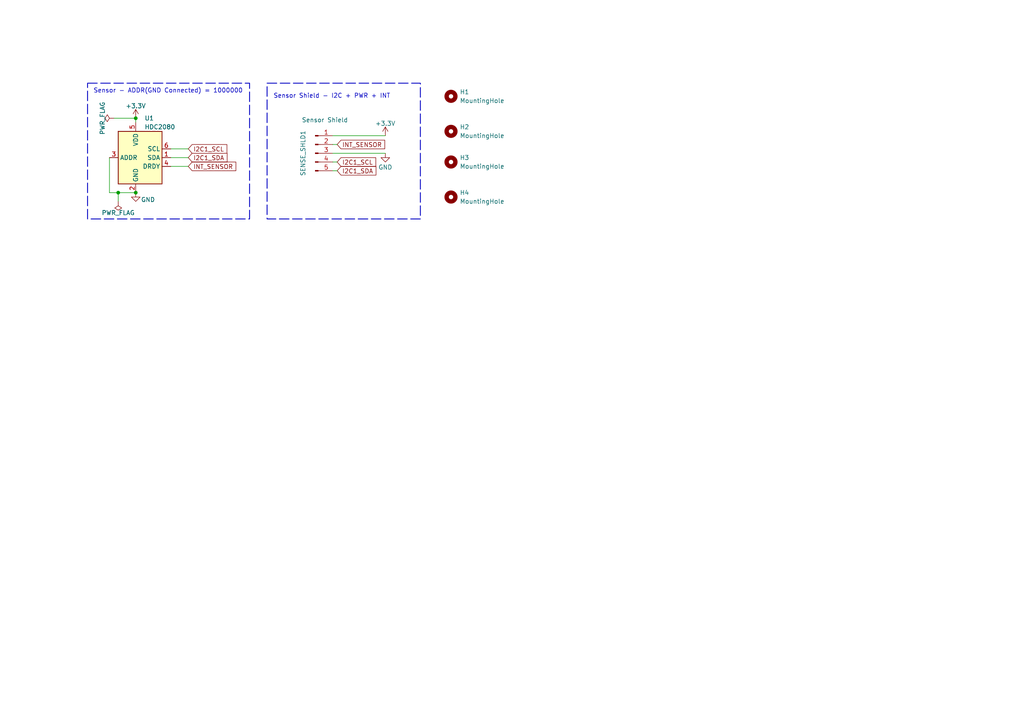
<source format=kicad_sch>
(kicad_sch
	(version 20231120)
	(generator "eeschema")
	(generator_version "8.0")
	(uuid "cc859821-004d-4e22-bc83-c226445572fd")
	(paper "A4")
	(title_block
		(title "Bat-mon v1 - Sensor Shield")
		(date "2025-03-12")
	)
	(lib_symbols
		(symbol "Connector:Conn_01x05_Pin"
			(pin_names
				(offset 1.016) hide)
			(exclude_from_sim no)
			(in_bom yes)
			(on_board yes)
			(property "Reference" "J"
				(at 0 7.62 0)
				(effects
					(font
						(size 1.27 1.27)
					)
				)
			)
			(property "Value" "Conn_01x05_Pin"
				(at 0 -7.62 0)
				(effects
					(font
						(size 1.27 1.27)
					)
				)
			)
			(property "Footprint" ""
				(at 0 0 0)
				(effects
					(font
						(size 1.27 1.27)
					)
					(hide yes)
				)
			)
			(property "Datasheet" "~"
				(at 0 0 0)
				(effects
					(font
						(size 1.27 1.27)
					)
					(hide yes)
				)
			)
			(property "Description" "Generic connector, single row, 01x05, script generated"
				(at 0 0 0)
				(effects
					(font
						(size 1.27 1.27)
					)
					(hide yes)
				)
			)
			(property "ki_locked" ""
				(at 0 0 0)
				(effects
					(font
						(size 1.27 1.27)
					)
				)
			)
			(property "ki_keywords" "connector"
				(at 0 0 0)
				(effects
					(font
						(size 1.27 1.27)
					)
					(hide yes)
				)
			)
			(property "ki_fp_filters" "Connector*:*_1x??_*"
				(at 0 0 0)
				(effects
					(font
						(size 1.27 1.27)
					)
					(hide yes)
				)
			)
			(symbol "Conn_01x05_Pin_1_1"
				(polyline
					(pts
						(xy 1.27 -5.08) (xy 0.8636 -5.08)
					)
					(stroke
						(width 0.1524)
						(type default)
					)
					(fill
						(type none)
					)
				)
				(polyline
					(pts
						(xy 1.27 -2.54) (xy 0.8636 -2.54)
					)
					(stroke
						(width 0.1524)
						(type default)
					)
					(fill
						(type none)
					)
				)
				(polyline
					(pts
						(xy 1.27 0) (xy 0.8636 0)
					)
					(stroke
						(width 0.1524)
						(type default)
					)
					(fill
						(type none)
					)
				)
				(polyline
					(pts
						(xy 1.27 2.54) (xy 0.8636 2.54)
					)
					(stroke
						(width 0.1524)
						(type default)
					)
					(fill
						(type none)
					)
				)
				(polyline
					(pts
						(xy 1.27 5.08) (xy 0.8636 5.08)
					)
					(stroke
						(width 0.1524)
						(type default)
					)
					(fill
						(type none)
					)
				)
				(rectangle
					(start 0.8636 -4.953)
					(end 0 -5.207)
					(stroke
						(width 0.1524)
						(type default)
					)
					(fill
						(type outline)
					)
				)
				(rectangle
					(start 0.8636 -2.413)
					(end 0 -2.667)
					(stroke
						(width 0.1524)
						(type default)
					)
					(fill
						(type outline)
					)
				)
				(rectangle
					(start 0.8636 0.127)
					(end 0 -0.127)
					(stroke
						(width 0.1524)
						(type default)
					)
					(fill
						(type outline)
					)
				)
				(rectangle
					(start 0.8636 2.667)
					(end 0 2.413)
					(stroke
						(width 0.1524)
						(type default)
					)
					(fill
						(type outline)
					)
				)
				(rectangle
					(start 0.8636 5.207)
					(end 0 4.953)
					(stroke
						(width 0.1524)
						(type default)
					)
					(fill
						(type outline)
					)
				)
				(pin passive line
					(at 5.08 5.08 180)
					(length 3.81)
					(name "Pin_1"
						(effects
							(font
								(size 1.27 1.27)
							)
						)
					)
					(number "1"
						(effects
							(font
								(size 1.27 1.27)
							)
						)
					)
				)
				(pin passive line
					(at 5.08 2.54 180)
					(length 3.81)
					(name "Pin_2"
						(effects
							(font
								(size 1.27 1.27)
							)
						)
					)
					(number "2"
						(effects
							(font
								(size 1.27 1.27)
							)
						)
					)
				)
				(pin passive line
					(at 5.08 0 180)
					(length 3.81)
					(name "Pin_3"
						(effects
							(font
								(size 1.27 1.27)
							)
						)
					)
					(number "3"
						(effects
							(font
								(size 1.27 1.27)
							)
						)
					)
				)
				(pin passive line
					(at 5.08 -2.54 180)
					(length 3.81)
					(name "Pin_4"
						(effects
							(font
								(size 1.27 1.27)
							)
						)
					)
					(number "4"
						(effects
							(font
								(size 1.27 1.27)
							)
						)
					)
				)
				(pin passive line
					(at 5.08 -5.08 180)
					(length 3.81)
					(name "Pin_5"
						(effects
							(font
								(size 1.27 1.27)
							)
						)
					)
					(number "5"
						(effects
							(font
								(size 1.27 1.27)
							)
						)
					)
				)
			)
		)
		(symbol "Mechanical:MountingHole"
			(pin_names
				(offset 1.016)
			)
			(exclude_from_sim yes)
			(in_bom no)
			(on_board yes)
			(property "Reference" "H"
				(at 0 5.08 0)
				(effects
					(font
						(size 1.27 1.27)
					)
				)
			)
			(property "Value" "MountingHole"
				(at 0 3.175 0)
				(effects
					(font
						(size 1.27 1.27)
					)
				)
			)
			(property "Footprint" ""
				(at 0 0 0)
				(effects
					(font
						(size 1.27 1.27)
					)
					(hide yes)
				)
			)
			(property "Datasheet" "~"
				(at 0 0 0)
				(effects
					(font
						(size 1.27 1.27)
					)
					(hide yes)
				)
			)
			(property "Description" "Mounting Hole without connection"
				(at 0 0 0)
				(effects
					(font
						(size 1.27 1.27)
					)
					(hide yes)
				)
			)
			(property "ki_keywords" "mounting hole"
				(at 0 0 0)
				(effects
					(font
						(size 1.27 1.27)
					)
					(hide yes)
				)
			)
			(property "ki_fp_filters" "MountingHole*"
				(at 0 0 0)
				(effects
					(font
						(size 1.27 1.27)
					)
					(hide yes)
				)
			)
			(symbol "MountingHole_0_1"
				(circle
					(center 0 0)
					(radius 1.27)
					(stroke
						(width 1.27)
						(type default)
					)
					(fill
						(type none)
					)
				)
			)
		)
		(symbol "Sensor_Humidity:HDC2080"
			(exclude_from_sim no)
			(in_bom yes)
			(on_board yes)
			(property "Reference" "U"
				(at -6.35 8.89 0)
				(effects
					(font
						(size 1.27 1.27)
					)
				)
			)
			(property "Value" "HDC2080"
				(at 2.54 8.89 0)
				(effects
					(font
						(size 1.27 1.27)
					)
				)
			)
			(property "Footprint" "Package_SON:Texas_PWSON-N6"
				(at 0 -11.43 0)
				(effects
					(font
						(size 1.27 1.27)
					)
					(hide yes)
				)
			)
			(property "Datasheet" "http://www.ti.com/lit/ds/symlink/hdc2080.pdf"
				(at -7.62 7.62 0)
				(effects
					(font
						(size 1.27 1.27)
					)
					(hide yes)
				)
			)
			(property "Description" "Low Power Humidity and Temperature Sensor"
				(at 0 0 0)
				(effects
					(font
						(size 1.27 1.27)
					)
					(hide yes)
				)
			)
			(property "ki_keywords" "Temperature Humidity Sensor"
				(at 0 0 0)
				(effects
					(font
						(size 1.27 1.27)
					)
					(hide yes)
				)
			)
			(property "ki_fp_filters" "Package*SON:Texas*PWSON*N6*"
				(at 0 0 0)
				(effects
					(font
						(size 1.27 1.27)
					)
					(hide yes)
				)
			)
			(symbol "HDC2080_0_1"
				(rectangle
					(start -7.62 7.62)
					(end 5.08 -7.62)
					(stroke
						(width 0.254)
						(type default)
					)
					(fill
						(type background)
					)
				)
			)
			(symbol "HDC2080_1_1"
				(pin bidirectional line
					(at 7.62 0 180)
					(length 2.54)
					(name "SDA"
						(effects
							(font
								(size 1.27 1.27)
							)
						)
					)
					(number "1"
						(effects
							(font
								(size 1.27 1.27)
							)
						)
					)
				)
				(pin power_in line
					(at -2.54 -10.16 90)
					(length 2.54)
					(name "GND"
						(effects
							(font
								(size 1.27 1.27)
							)
						)
					)
					(number "2"
						(effects
							(font
								(size 1.27 1.27)
							)
						)
					)
				)
				(pin input line
					(at -10.16 0 0)
					(length 2.54)
					(name "ADDR"
						(effects
							(font
								(size 1.27 1.27)
							)
						)
					)
					(number "3"
						(effects
							(font
								(size 1.27 1.27)
							)
						)
					)
				)
				(pin output line
					(at 7.62 -2.54 180)
					(length 2.54)
					(name "DRDY"
						(effects
							(font
								(size 1.27 1.27)
							)
						)
					)
					(number "4"
						(effects
							(font
								(size 1.27 1.27)
							)
						)
					)
				)
				(pin power_in line
					(at -2.54 10.16 270)
					(length 2.54)
					(name "VDD"
						(effects
							(font
								(size 1.27 1.27)
							)
						)
					)
					(number "5"
						(effects
							(font
								(size 1.27 1.27)
							)
						)
					)
				)
				(pin input line
					(at 7.62 2.54 180)
					(length 2.54)
					(name "SCL"
						(effects
							(font
								(size 1.27 1.27)
							)
						)
					)
					(number "6"
						(effects
							(font
								(size 1.27 1.27)
							)
						)
					)
				)
				(pin no_connect line
					(at -7.62 -2.54 0)
					(length 2.54) hide
					(name "EP"
						(effects
							(font
								(size 1.27 1.27)
							)
						)
					)
					(number "7"
						(effects
							(font
								(size 1.27 1.27)
							)
						)
					)
				)
			)
		)
		(symbol "power:+3.3V"
			(power)
			(pin_numbers hide)
			(pin_names
				(offset 0) hide)
			(exclude_from_sim no)
			(in_bom yes)
			(on_board yes)
			(property "Reference" "#PWR"
				(at 0 -3.81 0)
				(effects
					(font
						(size 1.27 1.27)
					)
					(hide yes)
				)
			)
			(property "Value" "+3.3V"
				(at 0 3.556 0)
				(effects
					(font
						(size 1.27 1.27)
					)
				)
			)
			(property "Footprint" ""
				(at 0 0 0)
				(effects
					(font
						(size 1.27 1.27)
					)
					(hide yes)
				)
			)
			(property "Datasheet" ""
				(at 0 0 0)
				(effects
					(font
						(size 1.27 1.27)
					)
					(hide yes)
				)
			)
			(property "Description" "Power symbol creates a global label with name \"+3.3V\""
				(at 0 0 0)
				(effects
					(font
						(size 1.27 1.27)
					)
					(hide yes)
				)
			)
			(property "ki_keywords" "global power"
				(at 0 0 0)
				(effects
					(font
						(size 1.27 1.27)
					)
					(hide yes)
				)
			)
			(symbol "+3.3V_0_1"
				(polyline
					(pts
						(xy -0.762 1.27) (xy 0 2.54)
					)
					(stroke
						(width 0)
						(type default)
					)
					(fill
						(type none)
					)
				)
				(polyline
					(pts
						(xy 0 0) (xy 0 2.54)
					)
					(stroke
						(width 0)
						(type default)
					)
					(fill
						(type none)
					)
				)
				(polyline
					(pts
						(xy 0 2.54) (xy 0.762 1.27)
					)
					(stroke
						(width 0)
						(type default)
					)
					(fill
						(type none)
					)
				)
			)
			(symbol "+3.3V_1_1"
				(pin power_in line
					(at 0 0 90)
					(length 0)
					(name "~"
						(effects
							(font
								(size 1.27 1.27)
							)
						)
					)
					(number "1"
						(effects
							(font
								(size 1.27 1.27)
							)
						)
					)
				)
			)
		)
		(symbol "power:GND"
			(power)
			(pin_numbers hide)
			(pin_names
				(offset 0) hide)
			(exclude_from_sim no)
			(in_bom yes)
			(on_board yes)
			(property "Reference" "#PWR"
				(at 0 -6.35 0)
				(effects
					(font
						(size 1.27 1.27)
					)
					(hide yes)
				)
			)
			(property "Value" "GND"
				(at 0 -3.81 0)
				(effects
					(font
						(size 1.27 1.27)
					)
				)
			)
			(property "Footprint" ""
				(at 0 0 0)
				(effects
					(font
						(size 1.27 1.27)
					)
					(hide yes)
				)
			)
			(property "Datasheet" ""
				(at 0 0 0)
				(effects
					(font
						(size 1.27 1.27)
					)
					(hide yes)
				)
			)
			(property "Description" "Power symbol creates a global label with name \"GND\" , ground"
				(at 0 0 0)
				(effects
					(font
						(size 1.27 1.27)
					)
					(hide yes)
				)
			)
			(property "ki_keywords" "global power"
				(at 0 0 0)
				(effects
					(font
						(size 1.27 1.27)
					)
					(hide yes)
				)
			)
			(symbol "GND_0_1"
				(polyline
					(pts
						(xy 0 0) (xy 0 -1.27) (xy 1.27 -1.27) (xy 0 -2.54) (xy -1.27 -1.27) (xy 0 -1.27)
					)
					(stroke
						(width 0)
						(type default)
					)
					(fill
						(type none)
					)
				)
			)
			(symbol "GND_1_1"
				(pin power_in line
					(at 0 0 270)
					(length 0)
					(name "~"
						(effects
							(font
								(size 1.27 1.27)
							)
						)
					)
					(number "1"
						(effects
							(font
								(size 1.27 1.27)
							)
						)
					)
				)
			)
		)
		(symbol "power:PWR_FLAG"
			(power)
			(pin_numbers hide)
			(pin_names
				(offset 0) hide)
			(exclude_from_sim no)
			(in_bom yes)
			(on_board yes)
			(property "Reference" "#FLG"
				(at 0 1.905 0)
				(effects
					(font
						(size 1.27 1.27)
					)
					(hide yes)
				)
			)
			(property "Value" "PWR_FLAG"
				(at 0 3.81 0)
				(effects
					(font
						(size 1.27 1.27)
					)
				)
			)
			(property "Footprint" ""
				(at 0 0 0)
				(effects
					(font
						(size 1.27 1.27)
					)
					(hide yes)
				)
			)
			(property "Datasheet" "~"
				(at 0 0 0)
				(effects
					(font
						(size 1.27 1.27)
					)
					(hide yes)
				)
			)
			(property "Description" "Special symbol for telling ERC where power comes from"
				(at 0 0 0)
				(effects
					(font
						(size 1.27 1.27)
					)
					(hide yes)
				)
			)
			(property "ki_keywords" "flag power"
				(at 0 0 0)
				(effects
					(font
						(size 1.27 1.27)
					)
					(hide yes)
				)
			)
			(symbol "PWR_FLAG_0_0"
				(pin power_out line
					(at 0 0 90)
					(length 0)
					(name "~"
						(effects
							(font
								(size 1.27 1.27)
							)
						)
					)
					(number "1"
						(effects
							(font
								(size 1.27 1.27)
							)
						)
					)
				)
			)
			(symbol "PWR_FLAG_0_1"
				(polyline
					(pts
						(xy 0 0) (xy 0 1.27) (xy -1.016 1.905) (xy 0 2.54) (xy 1.016 1.905) (xy 0 1.27)
					)
					(stroke
						(width 0)
						(type default)
					)
					(fill
						(type none)
					)
				)
			)
		)
	)
	(junction
		(at 39.37 34.29)
		(diameter 0)
		(color 0 0 0 0)
		(uuid "370c3fe7-9ae0-4df8-a7af-b4e85f3fad97")
	)
	(junction
		(at 39.37 55.88)
		(diameter 0)
		(color 0 0 0 0)
		(uuid "43ab9b0b-1a3f-40b5-a1c8-63f06f2c042f")
	)
	(junction
		(at 34.29 55.88)
		(diameter 0)
		(color 0 0 0 0)
		(uuid "d42f3aa2-727f-4c0c-aa9b-1c62f06ffd53")
	)
	(wire
		(pts
			(xy 111.76 44.45) (xy 96.52 44.45)
		)
		(stroke
			(width 0)
			(type default)
		)
		(uuid "0327e6e5-f47a-4428-9f42-e23913f32056")
	)
	(wire
		(pts
			(xy 31.75 45.72) (xy 31.75 55.88)
		)
		(stroke
			(width 0)
			(type default)
		)
		(uuid "108e6f3c-b3b4-4762-954f-169e7a68532b")
	)
	(wire
		(pts
			(xy 54.61 48.26) (xy 49.53 48.26)
		)
		(stroke
			(width 0)
			(type default)
		)
		(uuid "1620a03b-b26b-40cc-b79c-6db72ea45de5")
	)
	(wire
		(pts
			(xy 34.29 58.42) (xy 34.29 55.88)
		)
		(stroke
			(width 0)
			(type default)
		)
		(uuid "395fd258-b287-4cab-9ff7-1dd7d2bb87bd")
	)
	(wire
		(pts
			(xy 54.61 43.18) (xy 49.53 43.18)
		)
		(stroke
			(width 0)
			(type default)
		)
		(uuid "582d5780-e8cd-44d7-8a01-59827925e126")
	)
	(wire
		(pts
			(xy 54.61 45.72) (xy 49.53 45.72)
		)
		(stroke
			(width 0)
			(type default)
		)
		(uuid "7283d6c3-b480-4d59-a8a3-c92a2f9e1e3c")
	)
	(wire
		(pts
			(xy 97.79 46.99) (xy 96.52 46.99)
		)
		(stroke
			(width 0)
			(type default)
		)
		(uuid "8fbea02a-f306-48fd-af81-3a81a30be52c")
	)
	(wire
		(pts
			(xy 34.29 55.88) (xy 39.37 55.88)
		)
		(stroke
			(width 0)
			(type default)
		)
		(uuid "980857bb-5c92-4532-9075-975e7b651b6b")
	)
	(wire
		(pts
			(xy 97.79 49.53) (xy 96.52 49.53)
		)
		(stroke
			(width 0)
			(type default)
		)
		(uuid "a5eacc05-2b0c-4907-92b0-9330d4aa4eba")
	)
	(wire
		(pts
			(xy 31.75 55.88) (xy 34.29 55.88)
		)
		(stroke
			(width 0)
			(type default)
		)
		(uuid "bb89bb0a-87c7-4e23-9126-4217a9dda6cb")
	)
	(wire
		(pts
			(xy 33.02 34.29) (xy 39.37 34.29)
		)
		(stroke
			(width 0)
			(type default)
		)
		(uuid "c36a5dd7-6bcd-46f6-ab09-1966776153e0")
	)
	(wire
		(pts
			(xy 39.37 34.29) (xy 39.37 35.56)
		)
		(stroke
			(width 0)
			(type default)
		)
		(uuid "c50c6a0c-ad9e-4a12-9fe2-aead9d17712e")
	)
	(wire
		(pts
			(xy 97.79 41.91) (xy 96.52 41.91)
		)
		(stroke
			(width 0)
			(type default)
		)
		(uuid "d8bd5b93-bbb2-49d2-b24f-4bc19ef53150")
	)
	(wire
		(pts
			(xy 111.76 39.37) (xy 96.52 39.37)
		)
		(stroke
			(width 0)
			(type default)
		)
		(uuid "dd9fe890-7d7a-4c46-9699-65edd5454125")
	)
	(rectangle
		(start 77.47 24.13)
		(end 121.92 63.5)
		(stroke
			(width 0.254)
			(type dash)
		)
		(fill
			(type none)
		)
		(uuid 4b831bca-b24f-481d-bc72-fd13b9bd1ef4)
	)
	(rectangle
		(start 25.4 24.13)
		(end 72.39 63.5)
		(stroke
			(width 0.254)
			(type dash)
		)
		(fill
			(type none)
		)
		(uuid c69dcaa6-7dee-4d97-b9c3-139171f7241e)
	)
	(text "Sensor - ADDR(GND Connected) = 1000000"
		(exclude_from_sim no)
		(at 48.768 26.416 0)
		(effects
			(font
				(size 1.27 1.27)
				(thickness 0.1588)
			)
		)
		(uuid "266dbf4a-0671-4f6f-b6cd-c13d9d7cc96e")
	)
	(text "Sensor Shield - I2C + PWR + INT"
		(exclude_from_sim no)
		(at 96.266 27.94 0)
		(effects
			(font
				(size 1.27 1.27)
				(thickness 0.1588)
			)
		)
		(uuid "8ba59193-2177-4048-9d42-0c92c78569ef")
	)
	(global_label "I2C1_SCL"
		(shape input)
		(at 54.61 43.18 0)
		(fields_autoplaced yes)
		(effects
			(font
				(size 1.27 1.27)
			)
			(justify left)
		)
		(uuid "159537b3-3125-45eb-8844-c41c16ce7fa8")
		(property "Intersheetrefs" "${INTERSHEET_REFS}"
			(at 66.3642 43.18 0)
			(effects
				(font
					(size 1.27 1.27)
				)
				(justify left)
				(hide yes)
			)
		)
	)
	(global_label "INT_SENSOR"
		(shape input)
		(at 97.79 41.91 0)
		(fields_autoplaced yes)
		(effects
			(font
				(size 1.27 1.27)
			)
			(justify left)
		)
		(uuid "241e7562-01dc-41e8-a7f6-955457e30903")
		(property "Intersheetrefs" "${INTERSHEET_REFS}"
			(at 112.1447 41.91 0)
			(effects
				(font
					(size 1.27 1.27)
				)
				(justify left)
				(hide yes)
			)
		)
	)
	(global_label "I2C1_SDA"
		(shape input)
		(at 97.79 49.53 0)
		(fields_autoplaced yes)
		(effects
			(font
				(size 1.27 1.27)
			)
			(justify left)
		)
		(uuid "4334aad0-3f3f-49e3-9068-fb5a1d615344")
		(property "Intersheetrefs" "${INTERSHEET_REFS}"
			(at 109.6047 49.53 0)
			(effects
				(font
					(size 1.27 1.27)
				)
				(justify left)
				(hide yes)
			)
		)
	)
	(global_label "INT_SENSOR"
		(shape input)
		(at 54.61 48.26 0)
		(fields_autoplaced yes)
		(effects
			(font
				(size 1.27 1.27)
			)
			(justify left)
		)
		(uuid "6e5723fc-b150-43d9-8720-0654ae05035b")
		(property "Intersheetrefs" "${INTERSHEET_REFS}"
			(at 68.9647 48.26 0)
			(effects
				(font
					(size 1.27 1.27)
				)
				(justify left)
				(hide yes)
			)
		)
	)
	(global_label "I2C1_SCL"
		(shape input)
		(at 97.79 46.99 0)
		(fields_autoplaced yes)
		(effects
			(font
				(size 1.27 1.27)
			)
			(justify left)
		)
		(uuid "7a10fda0-8b7d-441e-90d0-29d873a26628")
		(property "Intersheetrefs" "${INTERSHEET_REFS}"
			(at 109.5442 46.99 0)
			(effects
				(font
					(size 1.27 1.27)
				)
				(justify left)
				(hide yes)
			)
		)
	)
	(global_label "I2C1_SDA"
		(shape input)
		(at 54.61 45.72 0)
		(fields_autoplaced yes)
		(effects
			(font
				(size 1.27 1.27)
			)
			(justify left)
		)
		(uuid "adc42528-da79-4dbb-b9bc-a7cbd8a926c8")
		(property "Intersheetrefs" "${INTERSHEET_REFS}"
			(at 66.4247 45.72 0)
			(effects
				(font
					(size 1.27 1.27)
				)
				(justify left)
				(hide yes)
			)
		)
	)
	(symbol
		(lib_id "power:PWR_FLAG")
		(at 34.29 58.42 180)
		(unit 1)
		(exclude_from_sim no)
		(in_bom yes)
		(on_board yes)
		(dnp no)
		(uuid "15437556-04d7-4ce3-87cf-e9739b279229")
		(property "Reference" "#FLG01"
			(at 34.29 60.325 0)
			(effects
				(font
					(size 1.27 1.27)
				)
				(hide yes)
			)
		)
		(property "Value" "PWR_FLAG"
			(at 34.29 61.722 0)
			(effects
				(font
					(size 1.27 1.27)
				)
			)
		)
		(property "Footprint" ""
			(at 34.29 58.42 0)
			(effects
				(font
					(size 1.27 1.27)
				)
				(hide yes)
			)
		)
		(property "Datasheet" "~"
			(at 34.29 58.42 0)
			(effects
				(font
					(size 1.27 1.27)
				)
				(hide yes)
			)
		)
		(property "Description" "Special symbol for telling ERC where power comes from"
			(at 34.29 58.42 0)
			(effects
				(font
					(size 1.27 1.27)
				)
				(hide yes)
			)
		)
		(pin "1"
			(uuid "e953fa6d-069a-4acd-a730-e642c58a026f")
		)
		(instances
			(project ""
				(path "/cc859821-004d-4e22-bc83-c226445572fd"
					(reference "#FLG01")
					(unit 1)
				)
			)
		)
	)
	(symbol
		(lib_id "Mechanical:MountingHole")
		(at 130.81 38.1 0)
		(unit 1)
		(exclude_from_sim yes)
		(in_bom no)
		(on_board yes)
		(dnp no)
		(fields_autoplaced yes)
		(uuid "32788f44-47ef-4d47-b8e4-f7e5afd65793")
		(property "Reference" "H2"
			(at 133.35 36.8299 0)
			(effects
				(font
					(size 1.27 1.27)
				)
				(justify left)
			)
		)
		(property "Value" "MountingHole"
			(at 133.35 39.3699 0)
			(effects
				(font
					(size 1.27 1.27)
				)
				(justify left)
			)
		)
		(property "Footprint" "MountingHole:MountingHole_2.2mm_M2_Pad_Via"
			(at 130.81 38.1 0)
			(effects
				(font
					(size 1.27 1.27)
				)
				(hide yes)
			)
		)
		(property "Datasheet" "~"
			(at 130.81 38.1 0)
			(effects
				(font
					(size 1.27 1.27)
				)
				(hide yes)
			)
		)
		(property "Description" "Mounting Hole without connection"
			(at 130.81 38.1 0)
			(effects
				(font
					(size 1.27 1.27)
				)
				(hide yes)
			)
		)
		(instances
			(project "Bat-mon_v1-Sensor Shield"
				(path "/cc859821-004d-4e22-bc83-c226445572fd"
					(reference "H2")
					(unit 1)
				)
			)
		)
	)
	(symbol
		(lib_id "Mechanical:MountingHole")
		(at 130.81 27.94 0)
		(unit 1)
		(exclude_from_sim yes)
		(in_bom no)
		(on_board yes)
		(dnp no)
		(fields_autoplaced yes)
		(uuid "3f94bfdf-91df-4fab-912d-331205b02b60")
		(property "Reference" "H1"
			(at 133.35 26.6699 0)
			(effects
				(font
					(size 1.27 1.27)
				)
				(justify left)
			)
		)
		(property "Value" "MountingHole"
			(at 133.35 29.2099 0)
			(effects
				(font
					(size 1.27 1.27)
				)
				(justify left)
			)
		)
		(property "Footprint" "MountingHole:MountingHole_2.2mm_M2_Pad_Via"
			(at 130.81 27.94 0)
			(effects
				(font
					(size 1.27 1.27)
				)
				(hide yes)
			)
		)
		(property "Datasheet" "~"
			(at 130.81 27.94 0)
			(effects
				(font
					(size 1.27 1.27)
				)
				(hide yes)
			)
		)
		(property "Description" "Mounting Hole without connection"
			(at 130.81 27.94 0)
			(effects
				(font
					(size 1.27 1.27)
				)
				(hide yes)
			)
		)
		(instances
			(project "Bat-mon_v1-Sensor Shield"
				(path "/cc859821-004d-4e22-bc83-c226445572fd"
					(reference "H1")
					(unit 1)
				)
			)
		)
	)
	(symbol
		(lib_id "power:+3.3V")
		(at 39.37 34.29 0)
		(unit 1)
		(exclude_from_sim no)
		(in_bom yes)
		(on_board yes)
		(dnp no)
		(uuid "4fc81af4-0ac0-49fb-a28d-1b43d4a843b4")
		(property "Reference" "#PWR01"
			(at 39.37 38.1 0)
			(effects
				(font
					(size 1.27 1.27)
				)
				(hide yes)
			)
		)
		(property "Value" "+3.3V"
			(at 39.37 30.734 0)
			(effects
				(font
					(size 1.27 1.27)
				)
			)
		)
		(property "Footprint" ""
			(at 39.37 34.29 0)
			(effects
				(font
					(size 1.27 1.27)
				)
				(hide yes)
			)
		)
		(property "Datasheet" ""
			(at 39.37 34.29 0)
			(effects
				(font
					(size 1.27 1.27)
				)
				(hide yes)
			)
		)
		(property "Description" "Power symbol creates a global label with name \"+3.3V\""
			(at 39.37 34.29 0)
			(effects
				(font
					(size 1.27 1.27)
				)
				(hide yes)
			)
		)
		(pin "1"
			(uuid "432a86ea-3073-47fd-be12-7305462fc290")
		)
		(instances
			(project "Bat-mon_v1-Sensor Shield"
				(path "/cc859821-004d-4e22-bc83-c226445572fd"
					(reference "#PWR01")
					(unit 1)
				)
			)
		)
	)
	(symbol
		(lib_id "power:+3.3V")
		(at 111.76 39.37 0)
		(unit 1)
		(exclude_from_sim no)
		(in_bom yes)
		(on_board yes)
		(dnp no)
		(uuid "7638eab1-5f11-45d6-9ec0-754cfbd60a5e")
		(property "Reference" "#PWR03"
			(at 111.76 43.18 0)
			(effects
				(font
					(size 1.27 1.27)
				)
				(hide yes)
			)
		)
		(property "Value" "+3.3V"
			(at 111.76 35.814 0)
			(effects
				(font
					(size 1.27 1.27)
				)
			)
		)
		(property "Footprint" ""
			(at 111.76 39.37 0)
			(effects
				(font
					(size 1.27 1.27)
				)
				(hide yes)
			)
		)
		(property "Datasheet" ""
			(at 111.76 39.37 0)
			(effects
				(font
					(size 1.27 1.27)
				)
				(hide yes)
			)
		)
		(property "Description" "Power symbol creates a global label with name \"+3.3V\""
			(at 111.76 39.37 0)
			(effects
				(font
					(size 1.27 1.27)
				)
				(hide yes)
			)
		)
		(pin "1"
			(uuid "5a555e9e-694d-45af-b3f4-fceb231cce5b")
		)
		(instances
			(project "Bat-mon_v1-Sensor Shield"
				(path "/cc859821-004d-4e22-bc83-c226445572fd"
					(reference "#PWR03")
					(unit 1)
				)
			)
		)
	)
	(symbol
		(lib_id "power:GND")
		(at 39.37 55.88 0)
		(unit 1)
		(exclude_from_sim no)
		(in_bom yes)
		(on_board yes)
		(dnp no)
		(uuid "7d4d8d3b-b960-4709-9e39-3bc85ca8799d")
		(property "Reference" "#PWR02"
			(at 39.37 62.23 0)
			(effects
				(font
					(size 1.27 1.27)
				)
				(hide yes)
			)
		)
		(property "Value" "GND"
			(at 42.926 57.912 0)
			(effects
				(font
					(size 1.27 1.27)
				)
			)
		)
		(property "Footprint" ""
			(at 39.37 55.88 0)
			(effects
				(font
					(size 1.27 1.27)
				)
				(hide yes)
			)
		)
		(property "Datasheet" ""
			(at 39.37 55.88 0)
			(effects
				(font
					(size 1.27 1.27)
				)
				(hide yes)
			)
		)
		(property "Description" "Power symbol creates a global label with name \"GND\" , ground"
			(at 39.37 55.88 0)
			(effects
				(font
					(size 1.27 1.27)
				)
				(hide yes)
			)
		)
		(pin "1"
			(uuid "d31cdba1-fa9a-4b4a-87a0-c4e18a7337c3")
		)
		(instances
			(project "Bat-mon_v1-Sensor Shield"
				(path "/cc859821-004d-4e22-bc83-c226445572fd"
					(reference "#PWR02")
					(unit 1)
				)
			)
		)
	)
	(symbol
		(lib_id "power:GND")
		(at 111.76 44.45 0)
		(unit 1)
		(exclude_from_sim no)
		(in_bom yes)
		(on_board yes)
		(dnp no)
		(uuid "8873bec6-0e5a-4b99-9409-156bc9979f7d")
		(property "Reference" "#PWR04"
			(at 111.76 50.8 0)
			(effects
				(font
					(size 1.27 1.27)
				)
				(hide yes)
			)
		)
		(property "Value" "GND"
			(at 111.76 48.514 0)
			(effects
				(font
					(size 1.27 1.27)
				)
			)
		)
		(property "Footprint" ""
			(at 111.76 44.45 0)
			(effects
				(font
					(size 1.27 1.27)
				)
				(hide yes)
			)
		)
		(property "Datasheet" ""
			(at 111.76 44.45 0)
			(effects
				(font
					(size 1.27 1.27)
				)
				(hide yes)
			)
		)
		(property "Description" "Power symbol creates a global label with name \"GND\" , ground"
			(at 111.76 44.45 0)
			(effects
				(font
					(size 1.27 1.27)
				)
				(hide yes)
			)
		)
		(pin "1"
			(uuid "ad5d3124-0056-49ce-b5fc-66332a687f4b")
		)
		(instances
			(project "Bat-mon_v1-Sensor Shield"
				(path "/cc859821-004d-4e22-bc83-c226445572fd"
					(reference "#PWR04")
					(unit 1)
				)
			)
		)
	)
	(symbol
		(lib_id "Mechanical:MountingHole")
		(at 130.81 57.15 0)
		(unit 1)
		(exclude_from_sim yes)
		(in_bom no)
		(on_board yes)
		(dnp no)
		(fields_autoplaced yes)
		(uuid "971cd044-ac43-4470-9ae8-357776c93056")
		(property "Reference" "H4"
			(at 133.35 55.8799 0)
			(effects
				(font
					(size 1.27 1.27)
				)
				(justify left)
			)
		)
		(property "Value" "MountingHole"
			(at 133.35 58.4199 0)
			(effects
				(font
					(size 1.27 1.27)
				)
				(justify left)
			)
		)
		(property "Footprint" "MountingHole:MountingHole_2.2mm_M2_Pad_Via"
			(at 130.81 57.15 0)
			(effects
				(font
					(size 1.27 1.27)
				)
				(hide yes)
			)
		)
		(property "Datasheet" "~"
			(at 130.81 57.15 0)
			(effects
				(font
					(size 1.27 1.27)
				)
				(hide yes)
			)
		)
		(property "Description" "Mounting Hole without connection"
			(at 130.81 57.15 0)
			(effects
				(font
					(size 1.27 1.27)
				)
				(hide yes)
			)
		)
		(instances
			(project "Bat-mon_v1-Sensor Shield"
				(path "/cc859821-004d-4e22-bc83-c226445572fd"
					(reference "H4")
					(unit 1)
				)
			)
		)
	)
	(symbol
		(lib_id "power:PWR_FLAG")
		(at 33.02 34.29 90)
		(unit 1)
		(exclude_from_sim no)
		(in_bom yes)
		(on_board yes)
		(dnp no)
		(uuid "a2e85da5-7baa-4651-8d51-868be82efd24")
		(property "Reference" "#FLG02"
			(at 31.115 34.29 0)
			(effects
				(font
					(size 1.27 1.27)
				)
				(hide yes)
			)
		)
		(property "Value" "PWR_FLAG"
			(at 29.718 34.29 0)
			(effects
				(font
					(size 1.27 1.27)
				)
			)
		)
		(property "Footprint" ""
			(at 33.02 34.29 0)
			(effects
				(font
					(size 1.27 1.27)
				)
				(hide yes)
			)
		)
		(property "Datasheet" "~"
			(at 33.02 34.29 0)
			(effects
				(font
					(size 1.27 1.27)
				)
				(hide yes)
			)
		)
		(property "Description" "Special symbol for telling ERC where power comes from"
			(at 33.02 34.29 0)
			(effects
				(font
					(size 1.27 1.27)
				)
				(hide yes)
			)
		)
		(pin "1"
			(uuid "ff08be8b-d7d5-43d9-92ca-45ca074750a9")
		)
		(instances
			(project "Bat-mon_v1-Sensor Shield"
				(path "/cc859821-004d-4e22-bc83-c226445572fd"
					(reference "#FLG02")
					(unit 1)
				)
			)
		)
	)
	(symbol
		(lib_id "Mechanical:MountingHole")
		(at 130.81 46.99 0)
		(unit 1)
		(exclude_from_sim yes)
		(in_bom no)
		(on_board yes)
		(dnp no)
		(fields_autoplaced yes)
		(uuid "c8877e2f-7e09-473d-abd8-f30e326dda98")
		(property "Reference" "H3"
			(at 133.35 45.7199 0)
			(effects
				(font
					(size 1.27 1.27)
				)
				(justify left)
			)
		)
		(property "Value" "MountingHole"
			(at 133.35 48.2599 0)
			(effects
				(font
					(size 1.27 1.27)
				)
				(justify left)
			)
		)
		(property "Footprint" "MountingHole:MountingHole_2.2mm_M2_Pad_Via"
			(at 130.81 46.99 0)
			(effects
				(font
					(size 1.27 1.27)
				)
				(hide yes)
			)
		)
		(property "Datasheet" "~"
			(at 130.81 46.99 0)
			(effects
				(font
					(size 1.27 1.27)
				)
				(hide yes)
			)
		)
		(property "Description" "Mounting Hole without connection"
			(at 130.81 46.99 0)
			(effects
				(font
					(size 1.27 1.27)
				)
				(hide yes)
			)
		)
		(instances
			(project "Bat-mon_v1-Sensor Shield"
				(path "/cc859821-004d-4e22-bc83-c226445572fd"
					(reference "H3")
					(unit 1)
				)
			)
		)
	)
	(symbol
		(lib_id "Connector:Conn_01x05_Pin")
		(at 91.44 44.45 0)
		(unit 1)
		(exclude_from_sim no)
		(in_bom yes)
		(on_board yes)
		(dnp no)
		(uuid "e87f48fa-5cfe-415e-87b4-3a4ff7f4f5f3")
		(property "Reference" "SENSE_SHLD1"
			(at 87.884 44.45 90)
			(effects
				(font
					(size 1.27 1.27)
				)
			)
		)
		(property "Value" "Sensor Shield"
			(at 94.234 34.798 0)
			(effects
				(font
					(size 1.27 1.27)
				)
			)
		)
		(property "Footprint" "Mouser_Footprints:SHDR5W64P0X250_1X5_1490X575X700P"
			(at 91.44 44.45 0)
			(effects
				(font
					(size 1.27 1.27)
				)
				(hide yes)
			)
		)
		(property "Datasheet" "~"
			(at 91.44 44.45 0)
			(effects
				(font
					(size 1.27 1.27)
				)
				(hide yes)
			)
		)
		(property "Description" "Generic connector, single row, 01x05, script generated"
			(at 91.44 44.45 0)
			(effects
				(font
					(size 1.27 1.27)
				)
				(hide yes)
			)
		)
		(pin "5"
			(uuid "c1c2d556-8865-43cd-b38c-88d459717c40")
		)
		(pin "3"
			(uuid "7f417c07-a322-4363-a93d-8c0e8731018a")
		)
		(pin "1"
			(uuid "b399870e-924e-47a5-a0a6-8bf2cda3159d")
		)
		(pin "4"
			(uuid "6a8ca68b-5c8c-4590-a3fa-aaaad6019fba")
		)
		(pin "2"
			(uuid "fd50467c-70bb-45d7-ac62-9f4f9f9d25eb")
		)
		(instances
			(project "Bat-mon_v1-Sensor Shield"
				(path "/cc859821-004d-4e22-bc83-c226445572fd"
					(reference "SENSE_SHLD1")
					(unit 1)
				)
			)
		)
	)
	(symbol
		(lib_id "Sensor_Humidity:HDC2080")
		(at 41.91 45.72 0)
		(unit 1)
		(exclude_from_sim no)
		(in_bom yes)
		(on_board yes)
		(dnp no)
		(uuid "f8675d0b-3831-4e8d-b17d-28bc3244270c")
		(property "Reference" "U1"
			(at 41.91 34.29 0)
			(effects
				(font
					(size 1.27 1.27)
				)
				(justify left)
			)
		)
		(property "Value" "HDC2080"
			(at 41.91 36.83 0)
			(effects
				(font
					(size 1.27 1.27)
				)
				(justify left)
			)
		)
		(property "Footprint" "Package_SON:Texas_PWSON-N6"
			(at 41.91 57.15 0)
			(effects
				(font
					(size 1.27 1.27)
				)
				(hide yes)
			)
		)
		(property "Datasheet" "http://www.ti.com/lit/ds/symlink/hdc2080.pdf"
			(at 34.29 38.1 0)
			(effects
				(font
					(size 1.27 1.27)
				)
				(hide yes)
			)
		)
		(property "Description" "Low Power Humidity and Temperature Sensor"
			(at 41.91 45.72 0)
			(effects
				(font
					(size 1.27 1.27)
				)
				(hide yes)
			)
		)
		(pin "4"
			(uuid "41f4c9a4-56c5-433a-a195-27ecc4cbe8a8")
		)
		(pin "1"
			(uuid "c4f82600-f04e-4334-8290-403eeb9a308e")
		)
		(pin "5"
			(uuid "602bec29-268f-4f7d-a353-ef9aabc1cf86")
		)
		(pin "3"
			(uuid "5dddf505-ca62-41e5-a346-51674aaeca02")
		)
		(pin "2"
			(uuid "6b28a9ad-5770-45de-a0a5-d51a4be45de9")
		)
		(pin "7"
			(uuid "5f3a014c-0b74-4a84-9956-9519a3ec2352")
		)
		(pin "6"
			(uuid "b15dec20-b54b-4ae6-9a07-c6136b3c169a")
		)
		(instances
			(project "Bat-mon_v1-Sensor Shield"
				(path "/cc859821-004d-4e22-bc83-c226445572fd"
					(reference "U1")
					(unit 1)
				)
			)
		)
	)
	(sheet_instances
		(path "/"
			(page "1")
		)
	)
)

</source>
